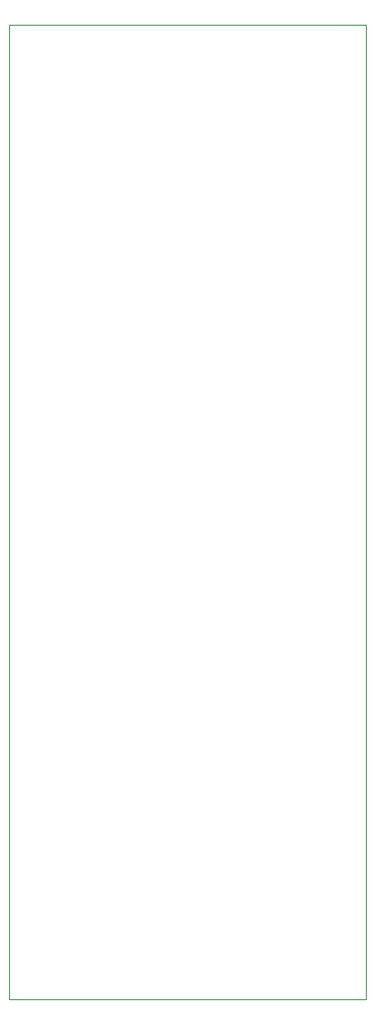
<source format=gbr>
G04 #@! TF.GenerationSoftware,KiCad,Pcbnew,5.0.2+dfsg1-1~bpo9+1*
G04 #@! TF.CreationDate,2019-04-25T12:37:05-07:00*
G04 #@! TF.ProjectId,HW,48572e6b-6963-4616-945f-706362585858,rev?*
G04 #@! TF.SameCoordinates,Original*
G04 #@! TF.FileFunction,Profile,NP*
%FSLAX46Y46*%
G04 Gerber Fmt 4.6, Leading zero omitted, Abs format (unit mm)*
G04 Created by KiCad (PCBNEW 5.0.2+dfsg1-1~bpo9+1) date Thu 25 Apr 2019 12:37:05 PM PDT*
%MOMM*%
%LPD*%
G01*
G04 APERTURE LIST*
%ADD10C,0.100000*%
G04 APERTURE END LIST*
D10*
X143000000Y-60000000D02*
X110000000Y-60000000D01*
X143000000Y-150000000D02*
X143000000Y-60000000D01*
X110000000Y-150000000D02*
X143000000Y-150000000D01*
X110000000Y-60000000D02*
X110000000Y-150000000D01*
M02*

</source>
